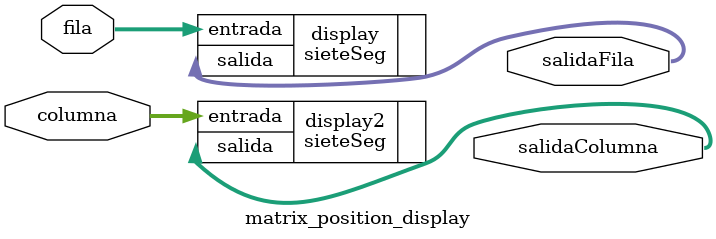
<source format=sv>
module matrix_position_display (
	 input logic [2:0] fila,
	 input logic [2:0] columna,
	 output reg [6:0] salidaFila,
	 output reg [6:0] salidaColumna
);
	 
	 
	 sieteSeg display (.entrada(fila), .salida(salidaFila));
	 
	 sieteSeg display2 (.entrada(columna), .salida(salidaColumna));

    

endmodule
</source>
